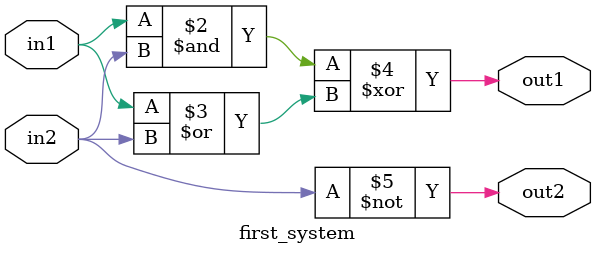
<source format=sv>
module first_system(out1, out2, in1, in2);
    // port definitions
    input in1, in2;
    output out1, out2;

    // behavioural modeling
    
    reg out1, out2;
    initial begin
        out1 = 0;
        out2 = 0;
    end

    always @(in1, in2) begin
        out1 = (in1 & in2) ^ (in1 | in2);
        out2 = ~in2;
    end
endmodule
</source>
